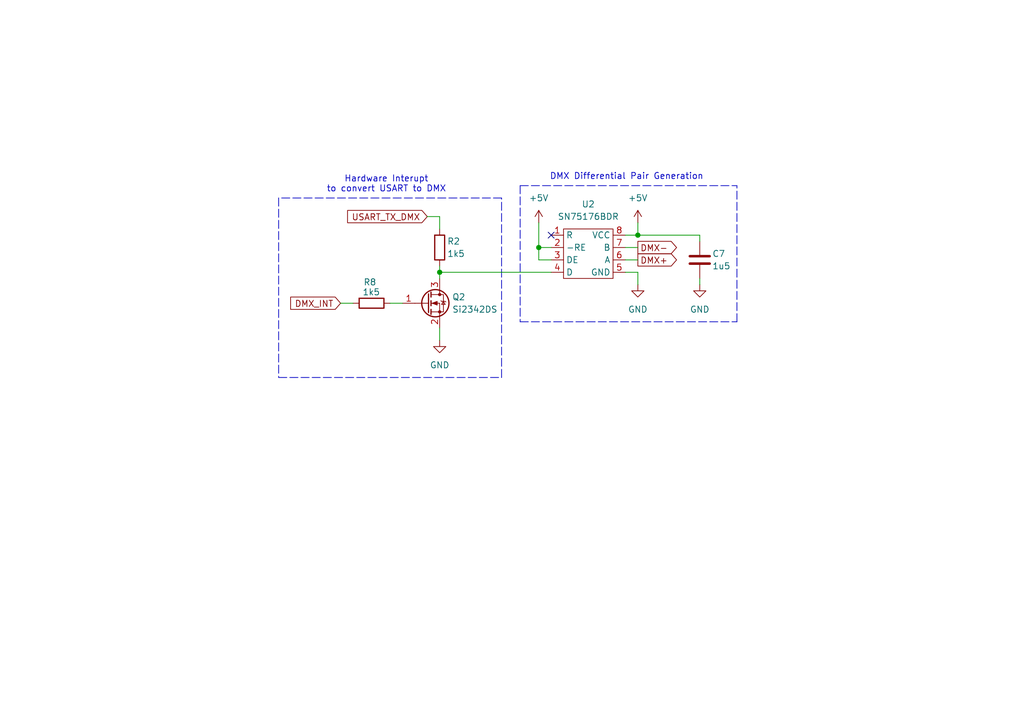
<source format=kicad_sch>
(kicad_sch (version 20250114) (generator "eeschema") (generator_version "9.0")
  (paper "A5")
  (title_block (title "DMX-Circuit") (date "2025-03-21") (rev "1.0.0") (company "sauer-solutions"))
  (lib_symbols
    (symbol "Device:C" (pin_numbers (hide yes)) (pin_names (offset 0.254))
      (property "Reference" "C" (at 0.635 2.54 0))
      (property "Value" "C" (at 0.635 -2.54 0))
      (symbol "C_0_1"
        (polyline (pts (xy -2.032 0.762) (xy 2.032 0.762)) (stroke (width 0.508)))
        (polyline (pts (xy -2.032 -0.762) (xy 2.032 -0.762)) (stroke (width 0.508)))
      )
      (symbol "C_1_1"
        (pin passive line (at 0 3.81 270) (length 2.794) (name "~") (number "1"))
        (pin passive line (at 0 -3.81 90) (length 2.794) (name "~") (number "2"))
      )
    )
    (symbol "Device:R" (pin_numbers (hide yes)) (pin_names (offset 0))
      (property "Reference" "R" (at 2.032 0 90))
      (property "Value" "R" (at 0 0 90))
      (symbol "R_0_1"
        (rectangle (start -1.016 -2.54) (end 1.016 2.54) (stroke (width 0.254)))
      )
      (symbol "R_1_1"
        (pin passive line (at 0 3.81 270) (length 1.27) (name "~") (number "1"))
        (pin passive line (at 0 -3.81 90) (length 1.27) (name "~") (number "2"))
      )
    )
    (symbol "Transistor_FET:2N7002" (pin_names (hide yes))
      (property "Reference" "Q" (at 5.08 1.905 0))
      (property "Value" "2N7002" (at 5.08 0 0))
      (symbol "2N7002_0_1"
        (polyline (pts (xy 0.254 1.905) (xy 0.254 -1.905)) (stroke (width 0.254)))
        (polyline (pts (xy 0.254 0) (xy -2.54 0)))
        (polyline (pts (xy 0.762 2.286) (xy 0.762 1.27)) (stroke (width 0.254)))
        (polyline (pts (xy 0.762 0.508) (xy 0.762 -0.508)) (stroke (width 0.254)))
        (polyline (pts (xy 0.762 -1.27) (xy 0.762 -2.286)) (stroke (width 0.254)))
        (polyline (pts (xy 0.762 -1.778) (xy 3.302 -1.778) (xy 3.302 1.778) (xy 0.762 1.778)))
        (polyline (pts (xy 1.016 0) (xy 2.032 0.381) (xy 2.032 -0.381) (xy 1.016 0)) (fill (type outline)))
        (circle (center 1.651 0) (radius 2.794) (stroke (width 0.254)))
        (polyline (pts (xy 2.54 2.54) (xy 2.54 1.778)))
        (circle (center 2.54 1.778) (radius 0.254) (fill (type outline)))
        (circle (center 2.54 -1.778) (radius 0.254) (fill (type outline)))
        (polyline (pts (xy 2.54 -2.54) (xy 2.54 0) (xy 0.762 0)))
        (polyline (pts (xy 2.794 0.508) (xy 2.921 0.381) (xy 3.683 0.381) (xy 3.81 0.254)))
        (polyline (pts (xy 3.302 0.381) (xy 2.921 -0.254) (xy 3.683 -0.254) (xy 3.302 0.381)))
      )
      (symbol "2N7002_1_1"
        (pin input line (at -5.08 0 0) (length 2.54) (name "G") (number "1"))
        (pin passive line (at 2.54 5.08 270) (length 2.54) (name "D") (number "3"))
        (pin passive line (at 2.54 -5.08 90) (length 2.54) (name "S") (number "2"))
      )
    )
    (symbol "own:SN75176B"
      (property "Reference" "U" (at 0 6.35 0))
      (property "Value" "SN75176B" (at 0 -6.35 0))
      (symbol "SN75176B_0_1"
        (rectangle (start -5.08 5.08) (end 5.08 -5.08))
      )
      (symbol "SN75176B_1_1"
        (pin output line (at -7.62 3.81 0) (length 2.54) (name "R") (number "1"))
        (pin input line (at -7.62 1.27 0) (length 2.54) (name "-RE") (number "2"))
        (pin input line (at -7.62 -1.27 0) (length 2.54) (name "DE") (number "3"))
        (pin bidirectional line (at -7.62 -3.81 0) (length 2.54) (name "D") (number "4"))
        (pin input line (at 7.62 3.81 180) (length 2.54) (name "VCC") (number "8"))
        (pin bidirectional line (at 7.62 1.27 180) (length 2.54) (name "B") (number "7"))
        (pin bidirectional line (at 7.62 -1.27 180) (length 2.54) (name "A") (number "6"))
        (pin passive line (at 7.62 -3.81 180) (length 2.54) (name "GND") (number "5"))
      )
    )
    (symbol "power:+5V" (power) (pin_numbers (hide yes)) (pin_names (offset 0) (hide yes))
      (property "Value" "+5V" (at 0 3.556 0))
      (symbol "+5V_0_1"
        (polyline (pts (xy -0.762 1.27) (xy 0 2.54)))
        (polyline (pts (xy 0 2.54) (xy 0.762 1.27)))
        (polyline (pts (xy 0 0) (xy 0 2.54)))
      )
      (symbol "+5V_1_1"
        (pin power_in line (at 0 0 90) (length 0) (name "~") (number "1"))
      )
    )
    (symbol "power:GND" (power) (pin_numbers (hide yes)) (pin_names (offset 0) (hide yes))
      (property "Value" "GND" (at 0 -3.81 0))
      (symbol "GND_0_1"
        (polyline (pts (xy 0 0) (xy 0 -1.27) (xy 1.27 -1.27) (xy 0 -2.54) (xy -1.27 -1.27) (xy 0 -1.27)))
      )
      (symbol "GND_1_1"
        (pin power_in line (at 0 0 270) (length 0) (name "~") (number "1"))
      )
    )
  )
  (text "DMX Differential Pair Generation" (at 128.524 36.322 0) (effects (font (size 1.27 1.27))))
  (text "Hardware Interupt\nto convert USART to DMX" (at 79.248 37.846 0) (effects (font (size 1.27 1.27))))
  (junction (at 90.17 55.88))
  (junction (at 110.49 50.8))
  (junction (at 130.81 48.26))
  (no_connect (at 113.03 48.26))
  (wire (pts (xy 80.01 62.23) (xy 82.55 62.23)))
  (wire (pts (xy 90.17 54.61) (xy 90.17 55.88)))
  (wire (pts (xy 143.51 49.53) (xy 143.51 48.26)))
  (wire (pts (xy 128.27 55.88) (xy 130.81 55.88)))
  (wire (pts (xy 90.17 44.45) (xy 90.17 46.99)))
  (wire (pts (xy 110.49 45.72) (xy 110.49 50.8)))
  (polyline (pts (xy 102.87 40.64) (xy 57.15 40.64)) (stroke (width 0) (type dash)))
  (wire (pts (xy 110.49 53.34) (xy 113.03 53.34)))
  (polyline (pts (xy 106.68 38.1) (xy 151.13 38.1)) (stroke (width 0) (type dash)))
  (polyline (pts (xy 106.68 66.04) (xy 151.13 66.04)) (stroke (width 0) (type dash)))
  (polyline (pts (xy 151.13 66.04) (xy 151.13 38.1)) (stroke (width 0) (type dash)))
  (wire (pts (xy 90.17 67.31) (xy 90.17 69.85)))
  (wire (pts (xy 128.27 50.8) (xy 130.81 50.8)))
  (wire (pts (xy 130.81 48.26) (xy 128.27 48.26)))
  (polyline (pts (xy 102.87 77.47) (xy 102.87 40.64)) (stroke (width 0) (type dash)))
  (polyline (pts (xy 106.68 38.1) (xy 106.68 66.04)) (stroke (width 0) (type dash)))
  (wire (pts (xy 130.81 45.72) (xy 130.81 48.26)))
  (wire (pts (xy 143.51 48.26) (xy 130.81 48.26)))
  (wire (pts (xy 130.81 55.88) (xy 130.81 58.42)))
  (polyline (pts (xy 57.15 77.47) (xy 102.87 77.47)) (stroke (width 0) (type dash)))
  (wire (pts (xy 69.85 62.23) (xy 72.39 62.23)))
  (wire (pts (xy 110.49 50.8) (xy 113.03 50.8)))
  (wire (pts (xy 90.17 55.88) (xy 90.17 57.15)))
  (polyline (pts (xy 57.15 40.64) (xy 57.15 77.47)) (stroke (width 0) (type dash)))
  (wire (pts (xy 90.17 55.88) (xy 113.03 55.88)))
  (wire (pts (xy 87.63 44.45) (xy 90.17 44.45)))
  (wire (pts (xy 110.49 50.8) (xy 110.49 53.34)))
  (wire (pts (xy 128.27 53.34) (xy 130.81 53.34)))
  (wire (pts (xy 143.51 57.15) (xy 143.51 58.42)))
  (global_label "USART_TX_DMX" (shape input) (at 87.63 44.45 180) (property "Intersheetrefs" "${INTERSHEET_REFS}" (effects (hide yes))))
  (global_label "DMX-" (shape output) (at 130.81 50.8 0) (property "Intersheetrefs" "${INTERSHEET_REFS}" (effects (hide yes))))
  (global_label "DMX+" (shape output) (at 130.81 53.34 0) (property "Intersheetrefs" "${INTERSHEET_REFS}" (effects (hide yes))))
  (global_label "DMX_INT" (shape input) (at 69.85 62.23 180) (property "Intersheetrefs" "${INTERSHEET_REFS}" (effects (hide yes))))
  (symbol (lib_id "power:GND") (at 130.81 58.42 0) (unit 1)
    (property "Reference" "#PWR013" (effects (hide yes)))
    (property "Value" "GND" (at 130.81 63.5 0))
    (property "Description" "Power symbol creates a global label with name \"GND\" , ground" (effects (hide yes)))
  )
  (symbol (lib_id "power:GND") (at 90.17 69.85 0) (unit 1)
    (property "Reference" "#PWR016" (effects (hide yes)))
    (property "Value" "GND" (at 90.17 74.93 0))
    (property "Description" "Power symbol creates a global label with name \"GND\" , ground" (effects (hide yes)))
  )
  (symbol (lib_id "power:+5V") (at 130.81 45.72 0) (unit 1)
    (property "Reference" "#PWR012" (effects (hide yes)))
    (property "Value" "+5V" (at 130.81 40.64 0))
    (property "Description" "Power symbol creates a global label with name \"+5V\"" (effects (hide yes)))
  )
  (symbol (lib_id "own:SN75176B") (at 120.65 52.07 0) (unit 1)
    (property "Reference" "U2" (at 120.65 41.91 0))
    (property "Value" "SN75176BDR" (at 120.65 44.45 0))
    (property "Footprint" "own:SN75176B-SOIC-8" (effects (hide yes)))
    (property "Datasheet" "https://www.mouser.de/ProductDetail/Texas-Instruments/SN75176BDR?qs=sbcp%2F4gpy09LI1PRfuQQ%252BA%3D%3D" (effects (hide yes)))
    (property "Description" "A 2-way differenital - single ended converter" (effects (hide yes)))
    (property "Mouser-Nr" "595-SN75176BDR" (effects (hide yes)))
  )
  (symbol (lib_id "power:+5V") (at 110.49 45.72 0) (unit 1)
    (property "Reference" "#PWR014" (effects (hide yes)))
    (property "Value" "+5V" (at 110.49 40.64 0))
    (property "Description" "Power symbol creates a global label with name \"+5V\"" (effects (hide yes)))
  )
  (symbol (lib_id "Device:R") (at 76.2 62.23 90) (unit 1)
    (property "Reference" "R8" (at 77.216 57.912 90) (effects (justify left)))
    (property "Value" "1k5" (at 77.978 59.944 90) (effects (justify left)))
    (property "Footprint" "Resistor_SMD:R_0402_1005Metric" (effects (hide yes)))
    (property "Datasheet" "https://www.mouser.de/ProductDetail/Panasonic/ERA-2VEB1501X?qs=OlC7AqGiEDkx8XOEQaRGXQ%3D%3D" (effects (hide yes)))
    (property "Description" "Resistor" (effects (hide yes)))
    (property "Mouser-Nr" "667-ERA-2VEB1501X" (effects (hide yes)))
  )
  (symbol (lib_id "Transistor_FET:2N7002") (at 87.63 62.23 0) (unit 1)
    (property "Reference" "Q2" (at 92.71 60.96 0) (effects (justify left)))
    (property "Value" "Si2342DS" (at 92.71 63.5 0) (effects (justify left)))
    (property "Footprint" "Package_TO_SOT_SMD:SOT-23-3" (effects (hide yes)))
    (property "Datasheet" "https://eu.mouser.com/ProductDetail/Vishay-Siliconix/SI2342DS-T1-GE3?qs=ROh%252BA47s9d0EG8kV%2FqrJ2w%3D%3D" (effects (hide yes)))
    (property "Description" "0.115A Id, 60V Vds, N-Channel MOSFET, SOT-23" (effects (hide yes)))
    (property "Mouser-Nr" "78-SI2342DS-T1-GE3" (effects (hide yes)))
  )
  (symbol (lib_id "Device:R") (at 90.17 50.8 0) (unit 1)
    (property "Reference" "R2" (at 91.694 49.53 0) (effects (justify left)))
    (property "Value" "1k5" (at 91.694 52.07 0) (effects (justify left)))
    (property "Footprint" "Resistor_SMD:R_0402_1005Metric" (effects (hide yes)))
    (property "Datasheet" "https://www.mouser.de/ProductDetail/Panasonic/ERA-2VEB1501X?qs=OlC7AqGiEDkx8XOEQaRGXQ%3D%3D" (effects (hide yes)))
    (property "Description" "Resistor" (effects (hide yes)))
    (property "Mouser-Nr" "667-ERA-2VEB1501X" (effects (hide yes)))
  )
  (symbol (lib_id "power:GND") (at 143.51 58.42 0) (unit 1)
    (property "Reference" "#PWR015" (effects (hide yes)))
    (property "Value" "GND" (at 143.51 63.5 0))
    (property "Description" "Power symbol creates a global label with name \"GND\" , ground" (effects (hide yes)))
  )
  (symbol (lib_id "Device:C") (at 143.51 53.34 0) (unit 1)
    (property "Reference" "C7" (at 146.05 52.07 0) (effects (justify left)))
    (property "Value" "1u5" (at 146.05 54.61 0) (effects (justify left)))
    (property "Footprint" "Capacitor_SMD:C_0603_1608Metric" (effects (hide yes)))
    (property "Datasheet" "https://www.mouser.de/ProductDetail/TDK/C1608X8L0J155K080AC?qs=sGAEpiMZZMuMW9TJLBQkXhEmpb63FTdUC9o8Bfzm4VU%3D" (effects (hide yes)))
    (property "Description" "Unpolarized capacitor" (effects (hide yes)))
    (property "Mouser-Nr" "810-C1608X8L0J155K08" (effects (hide yes)))
  )
)
</source>
